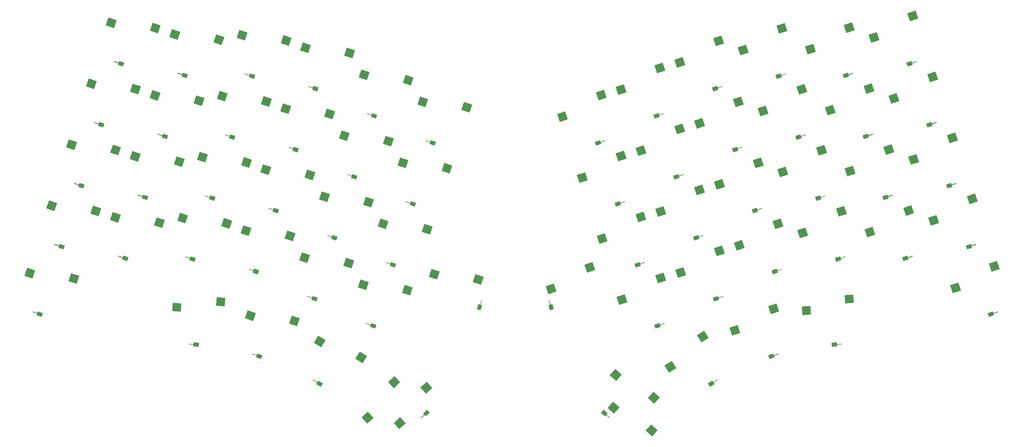
<source format=gbp>
G04 #@! TF.GenerationSoftware,KiCad,Pcbnew,(6.0.2-0)*
G04 #@! TF.CreationDate,2022-02-19T09:02:28+00:00*
G04 #@! TF.ProjectId,atreyu-pcb2,61747265-7975-42d7-9063-62322e6b6963,rev?*
G04 #@! TF.SameCoordinates,Original*
G04 #@! TF.FileFunction,Paste,Bot*
G04 #@! TF.FilePolarity,Positive*
%FSLAX46Y46*%
G04 Gerber Fmt 4.6, Leading zero omitted, Abs format (unit mm)*
G04 Created by KiCad (PCBNEW (6.0.2-0)) date 2022-02-19 09:02:28*
%MOMM*%
%LPD*%
G01*
G04 APERTURE LIST*
G04 APERTURE END LIST*
G36*
X148808273Y-147336598D02*
G01*
X147483475Y-149456718D01*
X145320953Y-148105424D01*
X146645751Y-145985304D01*
X148808273Y-147336598D01*
G37*
G36*
X161116986Y-152032822D02*
G01*
X159792188Y-154152942D01*
X157629666Y-152801648D01*
X158954464Y-150681528D01*
X161116986Y-152032822D01*
G37*
G36*
X281796128Y-151993340D02*
G01*
X281734325Y-151803129D01*
X283256016Y-151308702D01*
X283317819Y-151498913D01*
X281796128Y-151993340D01*
G37*
G36*
X280571605Y-152916944D02*
G01*
X280200785Y-151775676D01*
X281722475Y-151281248D01*
X282093295Y-152422516D01*
X280571605Y-152916944D01*
G37*
G36*
X181530805Y-88355883D02*
G01*
X181159985Y-89497151D01*
X179638295Y-89002723D01*
X180009115Y-87861455D01*
X181530805Y-88355883D01*
G37*
G36*
X179997265Y-88383336D02*
G01*
X179935462Y-88573547D01*
X178413771Y-88079120D01*
X178475574Y-87888909D01*
X179997265Y-88383336D01*
G37*
G36*
X132646442Y-95825998D02*
G01*
X131873900Y-98203639D01*
X129448706Y-97415646D01*
X130221248Y-95038005D01*
X132646442Y-95825998D01*
G37*
G36*
X145725652Y-97404977D02*
G01*
X144953110Y-99782618D01*
X142527916Y-98994625D01*
X143300458Y-96616984D01*
X145725652Y-97404977D01*
G37*
G36*
X247721059Y-80513230D02*
G01*
X247659256Y-80323019D01*
X249180947Y-79828592D01*
X249242750Y-80018803D01*
X247721059Y-80513230D01*
G37*
G36*
X246496536Y-81436834D02*
G01*
X246125716Y-80295566D01*
X247647406Y-79801138D01*
X248018226Y-80942406D01*
X246496536Y-81436834D01*
G37*
G36*
X146476391Y-159815007D02*
G01*
X146370408Y-159984616D01*
X145013531Y-159136745D01*
X145119514Y-158967136D01*
X146476391Y-159815007D01*
G37*
G36*
X147971021Y-160159366D02*
G01*
X147335118Y-161177023D01*
X145978241Y-160329152D01*
X146614144Y-159311495D01*
X147971021Y-160159366D01*
G37*
G36*
X305333774Y-95494769D02*
G01*
X306106316Y-97872410D01*
X303681122Y-98660403D01*
X302908580Y-96282762D01*
X305333774Y-95494769D01*
G37*
G36*
X316843179Y-89084423D02*
G01*
X317615721Y-91462064D01*
X315190527Y-92250057D01*
X314417985Y-89872416D01*
X316843179Y-89084423D01*
G37*
G36*
X128050531Y-139227399D02*
G01*
X127277989Y-141605040D01*
X124852795Y-140817047D01*
X125625337Y-138439406D01*
X128050531Y-139227399D01*
G37*
G36*
X141129741Y-140806378D02*
G01*
X140357199Y-143184019D01*
X137932005Y-142396026D01*
X138704547Y-140018385D01*
X141129741Y-140806378D01*
G37*
G36*
X87974182Y-110021276D02*
G01*
X87201640Y-112398917D01*
X84776446Y-111610924D01*
X85548988Y-109233283D01*
X87974182Y-110021276D01*
G37*
G36*
X101053392Y-111600255D02*
G01*
X100280850Y-113977896D01*
X97855656Y-113189903D01*
X98628198Y-110812262D01*
X101053392Y-111600255D01*
G37*
G36*
X237362638Y-71242411D02*
G01*
X238135180Y-73620052D01*
X235709986Y-74408045D01*
X234937444Y-72030404D01*
X237362638Y-71242411D01*
G37*
G36*
X248872043Y-64832065D02*
G01*
X249644585Y-67209706D01*
X247219391Y-67997699D01*
X246446849Y-65620058D01*
X248872043Y-64832065D01*
G37*
G36*
X216552255Y-130483646D02*
G01*
X217324797Y-132861287D01*
X214899603Y-133649280D01*
X214127061Y-131271639D01*
X216552255Y-130483646D01*
G37*
G36*
X228061660Y-124073300D02*
G01*
X228834202Y-126450941D01*
X226409008Y-127238934D01*
X225636466Y-124861293D01*
X228061660Y-124073300D01*
G37*
G36*
X230520685Y-168854686D02*
G01*
X231323642Y-167962913D01*
X232512673Y-169033522D01*
X231709716Y-169925295D01*
X230520685Y-168854686D01*
G37*
G36*
X231932810Y-169453354D02*
G01*
X232066636Y-169304725D01*
X233255668Y-170375334D01*
X233121842Y-170523963D01*
X231932810Y-169453354D01*
G37*
G36*
X107935630Y-110230965D02*
G01*
X107163088Y-112608606D01*
X104737894Y-111820613D01*
X105510436Y-109442972D01*
X107935630Y-110230965D01*
G37*
G36*
X121014840Y-111809944D02*
G01*
X120242298Y-114187585D01*
X117817104Y-113399592D01*
X118589646Y-111021951D01*
X121014840Y-111809944D01*
G37*
G36*
X130044334Y-151775674D02*
G01*
X129673514Y-152916942D01*
X128151824Y-152422514D01*
X128522644Y-151281246D01*
X130044334Y-151775674D01*
G37*
G36*
X128510794Y-151803127D02*
G01*
X128448991Y-151993338D01*
X126927300Y-151498911D01*
X126989103Y-151308700D01*
X128510794Y-151803127D01*
G37*
G36*
X125595950Y-55878086D02*
G01*
X124823408Y-58255727D01*
X122398214Y-57467734D01*
X123170756Y-55090093D01*
X125595950Y-55878086D01*
G37*
G36*
X138675160Y-57457065D02*
G01*
X137902618Y-59834706D01*
X135477424Y-59046713D01*
X136249966Y-56669072D01*
X138675160Y-57457065D01*
G37*
G36*
X106388465Y-68339553D02*
G01*
X106326662Y-68529764D01*
X104804971Y-68035337D01*
X104866774Y-67845126D01*
X106388465Y-68339553D01*
G37*
G36*
X107922005Y-68312100D02*
G01*
X107551185Y-69453368D01*
X106029495Y-68958940D01*
X106400315Y-67817672D01*
X107922005Y-68312100D01*
G37*
G36*
X230309844Y-88574117D02*
G01*
X230248041Y-88383906D01*
X231769732Y-87889479D01*
X231831535Y-88079690D01*
X230309844Y-88574117D01*
G37*
G36*
X229085321Y-89497721D02*
G01*
X228714501Y-88356453D01*
X230236191Y-87862025D01*
X230607011Y-89003293D01*
X229085321Y-89497721D01*
G37*
G36*
X74958422Y-88432559D02*
G01*
X74185880Y-90810200D01*
X71760686Y-90022207D01*
X72533228Y-87644566D01*
X74958422Y-88432559D01*
G37*
G36*
X88037632Y-90011538D02*
G01*
X87265090Y-92389179D01*
X84839896Y-91601186D01*
X85612438Y-89223545D01*
X88037632Y-90011538D01*
G37*
G36*
X265381377Y-134866110D02*
G01*
X265319574Y-134675899D01*
X266841265Y-134181472D01*
X266903068Y-134371683D01*
X265381377Y-134866110D01*
G37*
G36*
X264156854Y-135789714D02*
G01*
X263786034Y-134648446D01*
X265307724Y-134154018D01*
X265678544Y-135295286D01*
X264156854Y-135789714D01*
G37*
G36*
X246745640Y-143850602D02*
G01*
X246374820Y-142709334D01*
X247896510Y-142214906D01*
X248267330Y-143356174D01*
X246745640Y-143850602D01*
G37*
G36*
X247970163Y-142926998D02*
G01*
X247908360Y-142736787D01*
X249430051Y-142242360D01*
X249491854Y-142432571D01*
X247970163Y-142926998D01*
G37*
G36*
X320355142Y-123806590D02*
G01*
X319984322Y-122665322D01*
X321506012Y-122170894D01*
X321876832Y-123312162D01*
X320355142Y-123806590D01*
G37*
G36*
X321579665Y-122882986D02*
G01*
X321517862Y-122692775D01*
X323039553Y-122198348D01*
X323101356Y-122388559D01*
X321579665Y-122882986D01*
G37*
G36*
X311220548Y-113612395D02*
G01*
X311993090Y-115990036D01*
X309567896Y-116778029D01*
X308795354Y-114400388D01*
X311220548Y-113612395D01*
G37*
G36*
X322729953Y-107202049D02*
G01*
X323502495Y-109579690D01*
X321077301Y-110367683D01*
X320304759Y-107990042D01*
X322729953Y-107202049D01*
G37*
G36*
X139287877Y-90379756D02*
G01*
X139226074Y-90569967D01*
X137704383Y-90075540D01*
X137766186Y-89885329D01*
X139287877Y-90379756D01*
G37*
G36*
X140821417Y-90352303D02*
G01*
X140450597Y-91493571D01*
X138928907Y-90999143D01*
X139299727Y-89857875D01*
X140821417Y-90352303D01*
G37*
G36*
X266547401Y-99416775D02*
G01*
X267319943Y-101794416D01*
X264894749Y-102582409D01*
X264122207Y-100204768D01*
X266547401Y-99416775D01*
G37*
G36*
X278056806Y-93006429D02*
G01*
X278829348Y-95384070D01*
X276404154Y-96172063D01*
X275631612Y-93794422D01*
X278056806Y-93006429D01*
G37*
G36*
X291258216Y-113821743D02*
G01*
X292030758Y-116199384D01*
X289605564Y-116987377D01*
X288833022Y-114609736D01*
X291258216Y-113821743D01*
G37*
G36*
X302767621Y-107411397D02*
G01*
X303540163Y-109789038D01*
X301114969Y-110577031D01*
X300342427Y-108199390D01*
X302767621Y-107411397D01*
G37*
G36*
X116110607Y-104757272D02*
G01*
X115739787Y-105898540D01*
X114218097Y-105404112D01*
X114588917Y-104262844D01*
X116110607Y-104757272D01*
G37*
G36*
X114577067Y-104784725D02*
G01*
X114515264Y-104974936D01*
X112993573Y-104480509D01*
X113055376Y-104290298D01*
X114577067Y-104784725D01*
G37*
G36*
X161580575Y-130064906D02*
G01*
X160808033Y-132442547D01*
X158382839Y-131654554D01*
X159155381Y-129276913D01*
X161580575Y-130064906D01*
G37*
G36*
X174659785Y-131643885D02*
G01*
X173887243Y-134021526D01*
X171462049Y-133233533D01*
X172234591Y-130855892D01*
X174659785Y-131643885D01*
G37*
G36*
X318349528Y-73906052D02*
G01*
X319122070Y-76283693D01*
X316696876Y-77071686D01*
X315924334Y-74694045D01*
X318349528Y-73906052D01*
G37*
G36*
X329858933Y-67495706D02*
G01*
X330631475Y-69873347D01*
X328206281Y-70661340D01*
X327433739Y-68283699D01*
X329858933Y-67495706D01*
G37*
G36*
X83132701Y-82958636D02*
G01*
X82761881Y-84099904D01*
X81240191Y-83605476D01*
X81611011Y-82464208D01*
X83132701Y-82958636D01*
G37*
G36*
X81599161Y-82986089D02*
G01*
X81537358Y-83176300D01*
X80015667Y-82681873D01*
X80077470Y-82491662D01*
X81599161Y-82986089D01*
G37*
G36*
X285371439Y-95704117D02*
G01*
X286143981Y-98081758D01*
X283718787Y-98869751D01*
X282946245Y-96492110D01*
X285371439Y-95704117D01*
G37*
G36*
X296880844Y-89293771D02*
G01*
X297653386Y-91671412D01*
X295228192Y-92459405D01*
X294455650Y-90081764D01*
X296880844Y-89293771D01*
G37*
G36*
X249136187Y-107477662D02*
G01*
X249908729Y-109855303D01*
X247483535Y-110643296D01*
X246710993Y-108265655D01*
X249136187Y-107477662D01*
G37*
G36*
X260645592Y-101067316D02*
G01*
X261418134Y-103444957D01*
X258992940Y-104232950D01*
X258220398Y-101855309D01*
X260645592Y-101067316D01*
G37*
G36*
X240858865Y-125732975D02*
G01*
X240488045Y-124591707D01*
X242009735Y-124097279D01*
X242380555Y-125238547D01*
X240858865Y-125732975D01*
G37*
G36*
X242083388Y-124809371D02*
G01*
X242021585Y-124619160D01*
X243543276Y-124124733D01*
X243605079Y-124314944D01*
X242083388Y-124809371D01*
G37*
G36*
X334594722Y-101294497D02*
G01*
X334532919Y-101104286D01*
X336054610Y-100609859D01*
X336116413Y-100800070D01*
X334594722Y-101294497D01*
G37*
G36*
X333370199Y-102218101D02*
G01*
X332999379Y-101076833D01*
X334521069Y-100582405D01*
X334891889Y-101723673D01*
X333370199Y-102218101D01*
G37*
G36*
X144925545Y-134675895D02*
G01*
X144863742Y-134866106D01*
X143342051Y-134371679D01*
X143403854Y-134181468D01*
X144925545Y-134675895D01*
G37*
G36*
X146459085Y-134648442D02*
G01*
X146088265Y-135789710D01*
X144566575Y-135295282D01*
X144937395Y-134154014D01*
X146459085Y-134648442D01*
G37*
G36*
X127514329Y-126615009D02*
G01*
X127452526Y-126805220D01*
X125930835Y-126310793D01*
X125992638Y-126120582D01*
X127514329Y-126615009D01*
G37*
G36*
X129047869Y-126587556D02*
G01*
X128677049Y-127728824D01*
X127155359Y-127234396D01*
X127526179Y-126093128D01*
X129047869Y-126587556D01*
G37*
G36*
X252383305Y-99554459D02*
G01*
X252012485Y-98413191D01*
X253534175Y-97918763D01*
X253904995Y-99060031D01*
X252383305Y-99554459D01*
G37*
G36*
X253607828Y-98630855D02*
G01*
X253546025Y-98440644D01*
X255067716Y-97946217D01*
X255129519Y-98136428D01*
X253607828Y-98630855D01*
G37*
G36*
X243249413Y-89360036D02*
G01*
X244021955Y-91737677D01*
X241596761Y-92525670D01*
X240824219Y-90148029D01*
X243249413Y-89360036D01*
G37*
G36*
X254758818Y-82949690D02*
G01*
X255531360Y-85327331D01*
X253106166Y-86115324D01*
X252333624Y-83737683D01*
X254758818Y-82949690D01*
G37*
G36*
X126759666Y-113943624D02*
G01*
X125987124Y-116321265D01*
X123561930Y-115533272D01*
X124334472Y-113155631D01*
X126759666Y-113943624D01*
G37*
G36*
X139838876Y-115522603D02*
G01*
X139066334Y-117900244D01*
X136641140Y-117112251D01*
X137413682Y-114734610D01*
X139838876Y-115522603D01*
G37*
G36*
X299446999Y-77377142D02*
G01*
X300219541Y-79754783D01*
X297794347Y-80542776D01*
X297021805Y-78165135D01*
X299446999Y-77377142D01*
G37*
G36*
X310956404Y-70966796D02*
G01*
X311728946Y-73344437D01*
X309303752Y-74132430D01*
X308531210Y-71754789D01*
X310956404Y-70966796D01*
G37*
G36*
X312462756Y-55788425D02*
G01*
X313235298Y-58166066D01*
X310810104Y-58954059D01*
X310037562Y-56576418D01*
X312462756Y-55788425D01*
G37*
G36*
X323972161Y-49378079D02*
G01*
X324744703Y-51755720D01*
X322319509Y-52543713D01*
X321546967Y-50166072D01*
X323972161Y-49378079D01*
G37*
G36*
X273597892Y-59468863D02*
G01*
X274370434Y-61846504D01*
X271945240Y-62634497D01*
X271172698Y-60256856D01*
X273597892Y-59468863D01*
G37*
G36*
X285107297Y-53058517D02*
G01*
X285879839Y-55436158D01*
X283454645Y-56224151D01*
X282682103Y-53846510D01*
X285107297Y-53058517D01*
G37*
G36*
X324236304Y-92023677D02*
G01*
X325008846Y-94401318D01*
X322583652Y-95189311D01*
X321811110Y-92811670D01*
X324236304Y-92023677D01*
G37*
G36*
X335745709Y-85613331D02*
G01*
X336518251Y-87990972D01*
X334093057Y-88778965D01*
X333320515Y-86401324D01*
X335745709Y-85613331D01*
G37*
G36*
X279484666Y-77586489D02*
G01*
X280257208Y-79964130D01*
X277832014Y-80752123D01*
X277059472Y-78374482D01*
X279484666Y-77586489D01*
G37*
G36*
X290994071Y-71176143D02*
G01*
X291766613Y-73553784D01*
X289341419Y-74341777D01*
X288568877Y-71964136D01*
X290994071Y-71176143D01*
G37*
G36*
X300513075Y-148690157D02*
G01*
X300499124Y-148490644D01*
X302095227Y-148379033D01*
X302109178Y-148578546D01*
X300513075Y-148690157D01*
G37*
G36*
X299101486Y-149290086D02*
G01*
X299017778Y-148093009D01*
X300613880Y-147981398D01*
X300697588Y-149178475D01*
X299101486Y-149290086D01*
G37*
G36*
X145174653Y-72262129D02*
G01*
X145112850Y-72452340D01*
X143591159Y-71957913D01*
X143652962Y-71767702D01*
X145174653Y-72262129D01*
G37*
G36*
X146708193Y-72234676D02*
G01*
X146337373Y-73375944D01*
X144815683Y-72881516D01*
X145186503Y-71740248D01*
X146708193Y-72234676D01*
G37*
G36*
X216581899Y-138086600D02*
G01*
X215440631Y-138457420D01*
X214946203Y-136935730D01*
X216087471Y-136564910D01*
X216581899Y-138086600D01*
G37*
G36*
X215658295Y-136862077D02*
G01*
X215468084Y-136923880D01*
X214973657Y-135402189D01*
X215163868Y-135340386D01*
X215658295Y-136862077D01*
G37*
G36*
X155944430Y-85769259D02*
G01*
X155171888Y-88146900D01*
X152746694Y-87358907D01*
X153519236Y-84981266D01*
X155944430Y-85769259D01*
G37*
G36*
X169023640Y-87348238D02*
G01*
X168251098Y-89725879D01*
X165825904Y-88937886D01*
X166598446Y-86560245D01*
X169023640Y-87348238D01*
G37*
G36*
X62554734Y-126599636D02*
G01*
X61782192Y-128977277D01*
X59356998Y-128189284D01*
X60129540Y-125811643D01*
X62554734Y-126599636D01*
G37*
G36*
X75633944Y-128178615D02*
G01*
X74861402Y-130556256D01*
X72436208Y-129768263D01*
X73208750Y-127390622D01*
X75633944Y-128178615D01*
G37*
G36*
X251582526Y-153494262D02*
G01*
X252907324Y-155614382D01*
X250744802Y-156965676D01*
X249420004Y-154845556D01*
X251582526Y-153494262D01*
G37*
G36*
X261199249Y-144489953D02*
G01*
X262524047Y-146610073D01*
X260361525Y-147961367D01*
X259036727Y-145841247D01*
X261199249Y-144489953D01*
G37*
G36*
X225839721Y-97420430D02*
G01*
X226612263Y-99798071D01*
X224187069Y-100586064D01*
X223414527Y-98208423D01*
X225839721Y-97420430D01*
G37*
G36*
X237349126Y-91010084D02*
G01*
X238121668Y-93387725D01*
X235696474Y-94175718D01*
X234923932Y-91798077D01*
X237349126Y-91010084D01*
G37*
G36*
X255022960Y-125595291D02*
G01*
X255795502Y-127972932D01*
X253370308Y-128760925D01*
X252597766Y-126383284D01*
X255022960Y-125595291D01*
G37*
G36*
X266532365Y-119184945D02*
G01*
X267304907Y-121562586D01*
X264879713Y-122350579D01*
X264107171Y-119972938D01*
X266532365Y-119184945D01*
G37*
G36*
X328707948Y-83176869D02*
G01*
X328646145Y-82986658D01*
X330167836Y-82492231D01*
X330229639Y-82682442D01*
X328707948Y-83176869D01*
G37*
G36*
X327483425Y-84100473D02*
G01*
X327112605Y-82959205D01*
X328634295Y-82464777D01*
X329005115Y-83606045D01*
X327483425Y-84100473D01*
G37*
G36*
X236718334Y-157590446D02*
G01*
X235045507Y-159448309D01*
X233150488Y-157742026D01*
X234823315Y-155884163D01*
X236718334Y-157590446D01*
G37*
G36*
X248024559Y-164352709D02*
G01*
X246351732Y-166210572D01*
X244456713Y-164504289D01*
X246129540Y-162646426D01*
X248024559Y-164352709D01*
G37*
G36*
X88728145Y-122692433D02*
G01*
X88666342Y-122882644D01*
X87144651Y-122388217D01*
X87206454Y-122198006D01*
X88728145Y-122692433D01*
G37*
G36*
X90261685Y-122664980D02*
G01*
X89890865Y-123806248D01*
X88369175Y-123311820D01*
X88739995Y-122170552D01*
X90261685Y-122664980D01*
G37*
G36*
X295729858Y-104974934D02*
G01*
X295668055Y-104784723D01*
X297189746Y-104290296D01*
X297251549Y-104480507D01*
X295729858Y-104974934D01*
G37*
G36*
X294505335Y-105898538D02*
G01*
X294134515Y-104757270D01*
X295656205Y-104262842D01*
X296027025Y-105404110D01*
X294505335Y-105898538D01*
G37*
G36*
X178179184Y-169304955D02*
G01*
X178313010Y-169453584D01*
X177123978Y-170524193D01*
X176990152Y-170375564D01*
X178179184Y-169304955D01*
G37*
G36*
X178922178Y-167963143D02*
G01*
X179725135Y-168854916D01*
X178536104Y-169925525D01*
X177733147Y-169033752D01*
X178922178Y-167963143D01*
G37*
G36*
X164119405Y-80295565D02*
G01*
X163748585Y-81436833D01*
X162226895Y-80942405D01*
X162597715Y-79801137D01*
X164119405Y-80295565D01*
G37*
G36*
X162585865Y-80323018D02*
G01*
X162524062Y-80513229D01*
X161002371Y-80018802D01*
X161064174Y-79828591D01*
X162585865Y-80323018D01*
G37*
G36*
X138533215Y-77708371D02*
G01*
X137760673Y-80086012D01*
X135335479Y-79298019D01*
X136108021Y-76920378D01*
X138533215Y-77708371D01*
G37*
G36*
X151612425Y-79287350D02*
G01*
X150839883Y-81664991D01*
X148414689Y-80876998D01*
X149187231Y-78499357D01*
X151612425Y-79287350D01*
G37*
G36*
X173354121Y-93829654D02*
G01*
X172581579Y-96207295D01*
X170156385Y-95419302D01*
X170928927Y-93041661D01*
X173354121Y-93829654D01*
G37*
G36*
X186433331Y-95408633D02*
G01*
X185660789Y-97786274D01*
X183235595Y-96998281D01*
X184008137Y-94620640D01*
X186433331Y-95408633D01*
G37*
G36*
X219952946Y-79302805D02*
G01*
X220725488Y-81680446D01*
X218300294Y-82468439D01*
X217527752Y-80090798D01*
X219952946Y-79302805D01*
G37*
G36*
X231462351Y-72892459D02*
G01*
X232234893Y-75270100D01*
X229809699Y-76058093D01*
X229037157Y-73680452D01*
X231462351Y-72892459D01*
G37*
G36*
X110223832Y-122874896D02*
G01*
X109853012Y-124016164D01*
X108331322Y-123521736D01*
X108702142Y-122380468D01*
X110223832Y-122874896D01*
G37*
G36*
X108690292Y-122902349D02*
G01*
X108628489Y-123092560D01*
X107106798Y-122598133D01*
X107168601Y-122407922D01*
X108690292Y-122902349D01*
G37*
G36*
X336639997Y-130190758D02*
G01*
X337412539Y-132568399D01*
X334987345Y-133356392D01*
X334214803Y-130978751D01*
X336639997Y-130190758D01*
G37*
G36*
X348149402Y-123780412D02*
G01*
X348921944Y-126158053D01*
X346496750Y-126946046D01*
X345724208Y-124568405D01*
X348149402Y-123780412D01*
G37*
G36*
X150057656Y-103886886D02*
G01*
X149285114Y-106264527D01*
X146859920Y-105476534D01*
X147632462Y-103098893D01*
X150057656Y-103886886D01*
G37*
G36*
X163136866Y-105465865D02*
G01*
X162364324Y-107843506D01*
X159939130Y-107055513D01*
X160711672Y-104677872D01*
X163136866Y-105465865D01*
G37*
G36*
X75712386Y-101103716D02*
G01*
X75650583Y-101293927D01*
X74128892Y-100799500D01*
X74190695Y-100609289D01*
X75712386Y-101103716D01*
G37*
G36*
X77245926Y-101076263D02*
G01*
X76875106Y-102217531D01*
X75353416Y-101723103D01*
X75724236Y-100581835D01*
X77245926Y-101076263D01*
G37*
G36*
X302694121Y-69453936D02*
G01*
X302323301Y-68312668D01*
X303844991Y-67818240D01*
X304215811Y-68959508D01*
X302694121Y-69453936D01*
G37*
G36*
X303918644Y-68530332D02*
G01*
X303856841Y-68340121D01*
X305378532Y-67845694D01*
X305440335Y-68035905D01*
X303918644Y-68530332D01*
G37*
G36*
X272434173Y-117534402D02*
G01*
X273206715Y-119912043D01*
X270781521Y-120700036D01*
X270008979Y-118322395D01*
X272434173Y-117534402D01*
G37*
G36*
X283943578Y-111124056D02*
G01*
X284716120Y-113501697D01*
X282290926Y-114289690D01*
X281518384Y-111912049D01*
X283943578Y-111124056D01*
G37*
G36*
X175643845Y-106474081D02*
G01*
X175273025Y-107615349D01*
X173751335Y-107120921D01*
X174122155Y-105979653D01*
X175643845Y-106474081D01*
G37*
G36*
X174110305Y-106501534D02*
G01*
X174048502Y-106691745D01*
X172526811Y-106197318D01*
X172588614Y-106007107D01*
X174110305Y-106501534D01*
G37*
G36*
X339256972Y-120335727D02*
G01*
X338886152Y-119194459D01*
X340407842Y-118700031D01*
X340778662Y-119841299D01*
X339256972Y-120335727D01*
G37*
G36*
X340481495Y-119412123D02*
G01*
X340419692Y-119221912D01*
X341941383Y-118727485D01*
X342003186Y-118917696D01*
X340481495Y-119412123D01*
G37*
G36*
X330123079Y-110141304D02*
G01*
X330895621Y-112518945D01*
X328470427Y-113306938D01*
X327697885Y-110929297D01*
X330123079Y-110141304D01*
G37*
G36*
X341632484Y-103730958D02*
G01*
X342405026Y-106108599D01*
X339979832Y-106896592D01*
X339207290Y-104518951D01*
X341632484Y-103730958D01*
G37*
G36*
X87485934Y-64868463D02*
G01*
X87424131Y-65058674D01*
X85902440Y-64564247D01*
X85964243Y-64374036D01*
X87485934Y-64868463D01*
G37*
G36*
X89019474Y-64841010D02*
G01*
X88648654Y-65982278D01*
X87126964Y-65487850D01*
X87497784Y-64346582D01*
X89019474Y-64841010D01*
G37*
G36*
X161352918Y-168552703D02*
G01*
X163025745Y-170410566D01*
X161130726Y-172116849D01*
X159457899Y-170258986D01*
X161352918Y-168552703D01*
G37*
G36*
X169259960Y-158015264D02*
G01*
X170932787Y-159873127D01*
X169037768Y-161579410D01*
X167364941Y-159721547D01*
X169259960Y-158015264D01*
G37*
G36*
X321596651Y-65982847D02*
G01*
X321225831Y-64841579D01*
X322747521Y-64347151D01*
X323118341Y-65488419D01*
X321596651Y-65982847D01*
G37*
G36*
X322821174Y-65059243D02*
G01*
X322759371Y-64869032D01*
X324281062Y-64374605D01*
X324342865Y-64564816D01*
X322821174Y-65059243D01*
G37*
G36*
X150812318Y-116558270D02*
G01*
X150750515Y-116748481D01*
X149228824Y-116254054D01*
X149290627Y-116063843D01*
X150812318Y-116558270D01*
G37*
G36*
X152345858Y-116530817D02*
G01*
X151975038Y-117672085D01*
X150453348Y-117177657D01*
X150824168Y-116036389D01*
X152345858Y-116530817D01*
G37*
G36*
X113822403Y-92113338D02*
G01*
X113049861Y-94490979D01*
X110624667Y-93702986D01*
X111397209Y-91325345D01*
X113822403Y-92113338D01*
G37*
G36*
X126901613Y-93692317D02*
G01*
X126129071Y-96069958D01*
X123703877Y-95281965D01*
X124476419Y-92904324D01*
X126901613Y-93692317D01*
G37*
G36*
X144419990Y-59590745D02*
G01*
X143647448Y-61968386D01*
X141222254Y-61180393D01*
X141994796Y-58802752D01*
X144419990Y-59590745D01*
G37*
G36*
X157499200Y-61169724D02*
G01*
X156726658Y-63547365D01*
X154301464Y-62759372D01*
X155074006Y-60381731D01*
X157499200Y-61169724D01*
G37*
G36*
X144170884Y-122004513D02*
G01*
X143398342Y-124382154D01*
X140973148Y-123594161D01*
X141745690Y-121216520D01*
X144170884Y-122004513D01*
G37*
G36*
X157250094Y-123583492D02*
G01*
X156477552Y-125961133D01*
X154052358Y-125173140D01*
X154824900Y-122795499D01*
X157250094Y-123583492D01*
G37*
G36*
X119709177Y-73995711D02*
G01*
X118936635Y-76373352D01*
X116511441Y-75585359D01*
X117283983Y-73207718D01*
X119709177Y-73995711D01*
G37*
G36*
X132788387Y-75574690D02*
G01*
X132015845Y-77952331D01*
X129590651Y-77164338D01*
X130363193Y-74786697D01*
X132788387Y-75574690D01*
G37*
G36*
X163870297Y-142709333D02*
G01*
X163499477Y-143850601D01*
X161977787Y-143356173D01*
X162348607Y-142214905D01*
X163870297Y-142709333D01*
G37*
G36*
X162336757Y-142736786D02*
G01*
X162274954Y-142926997D01*
X160753263Y-142432570D01*
X160815066Y-142242359D01*
X162336757Y-142736786D01*
G37*
G36*
X168223533Y-124619160D02*
G01*
X168161730Y-124809371D01*
X166640039Y-124314944D01*
X166701842Y-124124733D01*
X168223533Y-124619160D01*
G37*
G36*
X169757073Y-124591707D02*
G01*
X169386253Y-125732975D01*
X167864563Y-125238547D01*
X168235383Y-124097279D01*
X169757073Y-124591707D01*
G37*
G36*
X93860954Y-91903649D02*
G01*
X93088412Y-94281290D01*
X90663218Y-93493297D01*
X91435760Y-91115656D01*
X93860954Y-91903649D01*
G37*
G36*
X106940164Y-93482628D02*
G01*
X106167622Y-95860269D01*
X103742428Y-95072276D01*
X104514970Y-92694635D01*
X106940164Y-93482628D01*
G37*
G36*
X194804487Y-138457421D02*
G01*
X193663219Y-138086601D01*
X194157647Y-136564911D01*
X195298915Y-136935731D01*
X194804487Y-138457421D01*
G37*
G36*
X194777034Y-136923881D02*
G01*
X194586823Y-136862078D01*
X195081250Y-135340387D01*
X195271461Y-135402190D01*
X194777034Y-136923881D01*
G37*
G36*
X231726496Y-115538060D02*
G01*
X232499038Y-117915701D01*
X230073844Y-118703694D01*
X229301302Y-116326053D01*
X231726496Y-115538060D01*
G37*
G36*
X243235901Y-109127714D02*
G01*
X244008443Y-111505355D01*
X241583249Y-112293348D01*
X240810707Y-109915707D01*
X243235901Y-109127714D01*
G37*
G36*
X346996191Y-139462297D02*
G01*
X346934388Y-139272086D01*
X348456079Y-138777659D01*
X348517882Y-138967870D01*
X346996191Y-139462297D01*
G37*
G36*
X345771668Y-140385901D02*
G01*
X345400848Y-139244633D01*
X346922538Y-138750205D01*
X347293358Y-139891473D01*
X345771668Y-140385901D01*
G37*
G36*
X282792594Y-126805220D02*
G01*
X282730791Y-126615009D01*
X284252482Y-126120582D01*
X284314285Y-126310793D01*
X282792594Y-126805220D01*
G37*
G36*
X281568071Y-127728824D02*
G01*
X281197251Y-126587556D01*
X282718941Y-126093128D01*
X283089761Y-127234396D01*
X281568071Y-127728824D01*
G37*
G36*
X63310917Y-139271516D02*
G01*
X63249114Y-139461727D01*
X61727423Y-138967300D01*
X61789226Y-138777089D01*
X63310917Y-139271516D01*
G37*
G36*
X64844457Y-139244063D02*
G01*
X64473637Y-140385331D01*
X62951947Y-139890903D01*
X63322767Y-138749635D01*
X64844457Y-139244063D01*
G37*
G36*
X127884153Y-68522017D02*
G01*
X127513333Y-69663285D01*
X125991643Y-69168857D01*
X126362463Y-68027589D01*
X127884153Y-68522017D01*
G37*
G36*
X126350613Y-68549470D02*
G01*
X126288810Y-68739681D01*
X124767119Y-68245254D01*
X124828922Y-68055043D01*
X126350613Y-68549470D01*
G37*
G36*
X121997379Y-86639643D02*
G01*
X121626559Y-87780911D01*
X120104869Y-87286483D01*
X120475689Y-86145215D01*
X121997379Y-86639643D01*
G37*
G36*
X120463839Y-86667096D02*
G01*
X120402036Y-86857307D01*
X118880345Y-86362880D01*
X118942148Y-86172669D01*
X120463839Y-86667096D01*
G37*
G36*
X96148456Y-104547353D02*
G01*
X95777636Y-105688621D01*
X94255946Y-105194193D01*
X94626766Y-104052925D01*
X96148456Y-104547353D01*
G37*
G36*
X94614916Y-104574806D02*
G01*
X94553113Y-104765017D01*
X93031422Y-104270590D01*
X93093225Y-104080379D01*
X94614916Y-104574806D01*
G37*
G36*
X288618562Y-87780912D02*
G01*
X288247742Y-86639644D01*
X289769432Y-86145216D01*
X290140252Y-87286484D01*
X288618562Y-87780912D01*
G37*
G36*
X289843085Y-86857308D02*
G01*
X289781282Y-86667097D01*
X291302973Y-86172670D01*
X291364776Y-86362881D01*
X289843085Y-86857308D01*
G37*
G36*
X237613268Y-133655685D02*
G01*
X238385810Y-136033326D01*
X235960616Y-136821319D01*
X235188074Y-134443678D01*
X237613268Y-133655685D01*
G37*
G36*
X249122673Y-127245339D02*
G01*
X249895215Y-129622980D01*
X247470021Y-130410973D01*
X246697479Y-128033332D01*
X249122673Y-127245339D01*
G37*
G36*
X263907747Y-73375944D02*
G01*
X263536927Y-72234676D01*
X265058617Y-71740248D01*
X265429437Y-72881516D01*
X263907747Y-73375944D01*
G37*
G36*
X265132270Y-72452340D02*
G01*
X265070467Y-72262129D01*
X266592158Y-71767702D01*
X266653961Y-71957913D01*
X265132270Y-72452340D01*
G37*
G36*
X133401105Y-108497381D02*
G01*
X133339302Y-108687592D01*
X131817611Y-108193165D01*
X131879414Y-108002954D01*
X133401105Y-108497381D01*
G37*
G36*
X134934645Y-108469928D02*
G01*
X134563825Y-109611196D01*
X133042135Y-109116768D01*
X133412955Y-107975500D01*
X134934645Y-108469928D01*
G37*
G36*
X182641585Y-126892869D02*
G01*
X181869043Y-129270510D01*
X179443849Y-128482517D01*
X180216391Y-126104876D01*
X182641585Y-126892869D01*
G37*
G36*
X195720795Y-128471848D02*
G01*
X194948253Y-130849489D01*
X192523059Y-130061496D01*
X193295601Y-127683855D01*
X195720795Y-128471848D01*
G37*
G36*
X260660627Y-81299145D02*
G01*
X261433169Y-83676786D01*
X259007975Y-84464779D01*
X258235433Y-82087138D01*
X260660627Y-81299145D01*
G37*
G36*
X272170032Y-74888799D02*
G01*
X272942574Y-77266440D01*
X270517380Y-78054433D01*
X269744838Y-75676792D01*
X272170032Y-74888799D01*
G37*
G36*
X269794521Y-91493568D02*
G01*
X269423701Y-90352300D01*
X270945391Y-89857872D01*
X271316211Y-90999140D01*
X269794521Y-91493568D01*
G37*
G36*
X271019044Y-90569964D02*
G01*
X270957241Y-90379753D01*
X272478932Y-89885326D01*
X272540735Y-90075537D01*
X271019044Y-90569964D01*
G37*
G36*
X109749608Y-148479525D02*
G01*
X109735657Y-148679038D01*
X108139554Y-148567427D01*
X108153505Y-148367914D01*
X109749608Y-148479525D01*
G37*
G36*
X111230954Y-148081890D02*
G01*
X111147246Y-149278967D01*
X109551144Y-149167356D01*
X109634852Y-147970279D01*
X111230954Y-148081890D01*
G37*
G36*
X292703844Y-137177335D02*
G01*
X292878235Y-139671246D01*
X290334446Y-139849125D01*
X290160055Y-137355214D01*
X292703844Y-137177335D01*
G37*
G36*
X305422173Y-133741780D02*
G01*
X305596564Y-136235691D01*
X303052775Y-136413570D01*
X302878384Y-133919659D01*
X305422173Y-133741780D01*
G37*
G36*
X243820893Y-174185515D02*
G01*
X245493720Y-172327652D01*
X247388739Y-174033935D01*
X245715912Y-175891798D01*
X243820893Y-174185515D01*
G37*
G36*
X232514668Y-167423252D02*
G01*
X234187495Y-165565389D01*
X236082514Y-167271672D01*
X234409687Y-169129535D01*
X232514668Y-167423252D01*
G37*
G36*
X105634501Y-55668396D02*
G01*
X104861959Y-58046037D01*
X102436765Y-57258044D01*
X103209307Y-54880403D01*
X105634501Y-55668396D01*
G37*
G36*
X118713711Y-57247375D02*
G01*
X117941169Y-59625016D01*
X115515975Y-58837023D01*
X116288517Y-56459382D01*
X118713711Y-57247375D01*
G37*
G36*
X71359153Y-119193890D02*
G01*
X70988333Y-120335158D01*
X69466643Y-119840730D01*
X69837463Y-118699462D01*
X71359153Y-119193890D01*
G37*
G36*
X69825613Y-119221343D02*
G01*
X69763810Y-119411554D01*
X68242119Y-118917127D01*
X68303922Y-118726916D01*
X69825613Y-119221343D01*
G37*
G36*
X105950281Y-136366992D02*
G01*
X105775890Y-138860903D01*
X103232101Y-138683024D01*
X103406492Y-136189113D01*
X105950281Y-136366992D01*
G37*
G36*
X119022973Y-134734921D02*
G01*
X118848582Y-137228832D01*
X116304793Y-137050953D01*
X116479184Y-134557042D01*
X119022973Y-134734921D01*
G37*
G36*
X178599497Y-163223712D02*
G01*
X176926670Y-161365849D01*
X178821689Y-159659566D01*
X180494516Y-161517429D01*
X178599497Y-163223712D01*
G37*
G36*
X170692455Y-173761151D02*
G01*
X169019628Y-171903288D01*
X170914647Y-170197005D01*
X172587474Y-172054868D01*
X170692455Y-173761151D01*
G37*
G36*
X258270080Y-117672084D02*
G01*
X257899260Y-116530816D01*
X259420950Y-116036388D01*
X259791770Y-117177656D01*
X258270080Y-117672084D01*
G37*
G36*
X259494603Y-116748480D02*
G01*
X259432800Y-116558269D01*
X260954491Y-116063842D01*
X261016294Y-116254053D01*
X259494603Y-116748480D01*
G37*
G36*
X80845200Y-70314934D02*
G01*
X80072658Y-72692575D01*
X77647464Y-71904582D01*
X78420006Y-69526941D01*
X80845200Y-70314934D01*
G37*
G36*
X93924410Y-71893913D02*
G01*
X93151868Y-74271554D01*
X90726674Y-73483561D01*
X91499216Y-71105920D01*
X93924410Y-71893913D01*
G37*
G36*
X314467668Y-105689190D02*
G01*
X314096848Y-104547922D01*
X315618538Y-104053494D01*
X315989358Y-105194762D01*
X314467668Y-105689190D01*
G37*
G36*
X315692191Y-104765586D02*
G01*
X315630388Y-104575375D01*
X317152079Y-104080948D01*
X317213882Y-104271159D01*
X315692191Y-104765586D01*
G37*
G36*
X254773853Y-63181522D02*
G01*
X255546395Y-65559163D01*
X253121201Y-66347156D01*
X252348659Y-63969515D01*
X254773853Y-63181522D01*
G37*
G36*
X266283258Y-56771176D02*
G01*
X267055800Y-59148817D01*
X264630606Y-59936810D01*
X263858064Y-57559169D01*
X266283258Y-56771176D01*
G37*
G36*
X69071651Y-106550185D02*
G01*
X68299109Y-108927826D01*
X65873915Y-108139833D01*
X66646457Y-105762192D01*
X69071651Y-106550185D01*
G37*
G36*
X82150861Y-108129164D02*
G01*
X81378319Y-110506805D01*
X78953125Y-109718812D01*
X79725667Y-107341171D01*
X82150861Y-108129164D01*
G37*
G36*
X283956310Y-68739681D02*
G01*
X283894507Y-68549470D01*
X285416198Y-68055043D01*
X285478001Y-68245254D01*
X283956310Y-68739681D01*
G37*
G36*
X282731787Y-69663285D02*
G01*
X282360967Y-68522017D01*
X283882657Y-68027589D01*
X284253477Y-69168857D01*
X282731787Y-69663285D01*
G37*
G36*
X293560228Y-59259518D02*
G01*
X294332770Y-61637159D01*
X291907576Y-62425152D01*
X291135034Y-60047511D01*
X293560228Y-59259518D01*
G37*
G36*
X305069633Y-52849172D02*
G01*
X305842175Y-55226813D01*
X303416981Y-56014806D01*
X302644439Y-53637165D01*
X305069633Y-52849172D01*
G37*
G36*
X179240894Y-75712028D02*
G01*
X178468352Y-78089669D01*
X176043158Y-77301676D01*
X176815700Y-74924035D01*
X179240894Y-75712028D01*
G37*
G36*
X192320104Y-77291007D02*
G01*
X191547562Y-79668648D01*
X189122368Y-78880655D01*
X189894910Y-76503014D01*
X192320104Y-77291007D01*
G37*
G36*
X271143311Y-142818175D02*
G01*
X271915853Y-145195816D01*
X269490659Y-145983809D01*
X268718117Y-143606168D01*
X271143311Y-142818175D01*
G37*
G36*
X282652716Y-136407829D02*
G01*
X283425258Y-138785470D01*
X281000064Y-139573463D01*
X280227522Y-137195822D01*
X282652716Y-136407829D01*
G37*
G36*
X99747728Y-73786024D02*
G01*
X98975186Y-76163665D01*
X96549992Y-75375672D01*
X97322534Y-72998031D01*
X99747728Y-73786024D01*
G37*
G36*
X112826938Y-75365003D02*
G01*
X112054396Y-77742644D01*
X109629202Y-76954651D01*
X110401744Y-74577010D01*
X112826938Y-75365003D01*
G37*
G36*
X309805417Y-86647960D02*
G01*
X309743614Y-86457749D01*
X311265305Y-85963322D01*
X311327108Y-86153533D01*
X309805417Y-86647960D01*
G37*
G36*
X308580894Y-87571564D02*
G01*
X308210074Y-86430296D01*
X309731764Y-85935868D01*
X310102584Y-87077136D01*
X308580894Y-87571564D01*
G37*
G36*
X262910004Y-161177023D02*
G01*
X262274101Y-160159366D01*
X263630978Y-159311495D01*
X264266881Y-160329152D01*
X262910004Y-161177023D01*
G37*
G36*
X263874714Y-159984616D02*
G01*
X263768731Y-159815007D01*
X265125608Y-158967136D01*
X265231591Y-159136745D01*
X263874714Y-159984616D01*
G37*
G36*
X158232633Y-98413190D02*
G01*
X157861813Y-99554458D01*
X156340123Y-99060030D01*
X156710943Y-97918762D01*
X158232633Y-98413190D01*
G37*
G36*
X156699093Y-98440643D02*
G01*
X156637290Y-98630854D01*
X155115599Y-98136427D01*
X155177402Y-97946216D01*
X156699093Y-98440643D01*
G37*
G36*
X102035231Y-86429726D02*
G01*
X101664411Y-87570994D01*
X100142721Y-87076566D01*
X100513541Y-85935298D01*
X102035231Y-86429726D01*
G37*
G36*
X100501691Y-86457179D02*
G01*
X100439888Y-86647390D01*
X98918197Y-86152963D01*
X98980000Y-85962752D01*
X100501691Y-86457179D01*
G37*
G36*
X275681295Y-109611197D02*
G01*
X275310475Y-108469929D01*
X276832165Y-107975501D01*
X277202985Y-109116769D01*
X275681295Y-109611197D01*
G37*
G36*
X276905818Y-108687593D02*
G01*
X276844015Y-108497382D01*
X278365706Y-108002955D01*
X278427509Y-108193166D01*
X276905818Y-108687593D01*
G37*
G36*
X234972091Y-107615348D02*
G01*
X234601271Y-106474080D01*
X236122961Y-105979652D01*
X236493781Y-107120920D01*
X234972091Y-107615348D01*
G37*
G36*
X236196614Y-106691744D02*
G01*
X236134811Y-106501533D01*
X237656502Y-106007106D01*
X237718305Y-106197317D01*
X236196614Y-106691744D01*
G37*
G36*
X167467346Y-111947281D02*
G01*
X166694804Y-114324922D01*
X164269610Y-113536929D01*
X165042152Y-111159288D01*
X167467346Y-111947281D01*
G37*
G36*
X180546556Y-113526260D02*
G01*
X179774014Y-115903901D01*
X177348820Y-115115908D01*
X178121362Y-112738267D01*
X180546556Y-113526260D01*
G37*
G36*
X161831203Y-67651631D02*
G01*
X161058661Y-70029272D01*
X158633467Y-69241279D01*
X159406009Y-66863638D01*
X161831203Y-67651631D01*
G37*
G36*
X174910413Y-69230610D02*
G01*
X174137871Y-71608251D01*
X171712677Y-70820258D01*
X172485219Y-68442617D01*
X174910413Y-69230610D01*
G37*
G36*
X301616632Y-123092561D02*
G01*
X301554829Y-122902350D01*
X303076520Y-122407923D01*
X303138323Y-122598134D01*
X301616632Y-123092561D01*
G37*
G36*
X300392109Y-124016165D02*
G01*
X300021289Y-122874897D01*
X301542979Y-122380469D01*
X301913799Y-123521737D01*
X300392109Y-124016165D01*
G37*
G36*
X86731971Y-52197305D02*
G01*
X85959429Y-54574946D01*
X83534235Y-53786953D01*
X84306777Y-51409312D01*
X86731971Y-52197305D01*
G37*
G36*
X99811181Y-53776284D02*
G01*
X99038639Y-56153925D01*
X96613445Y-55365932D01*
X97385987Y-52988291D01*
X99811181Y-53776284D01*
G37*
M02*

</source>
